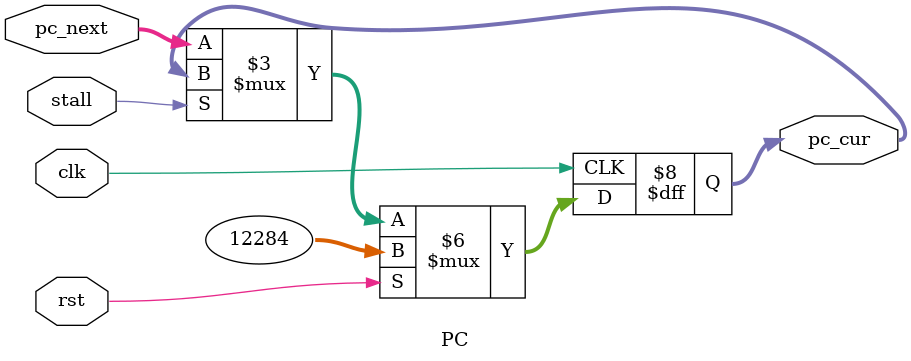
<source format=v>
`timescale 1ns / 1ps

module PC (
    input clk,
    input rst,
    input stall,
    input [31:0] pc_next,
    output reg [31:0] pc_cur
);
    always @(posedge clk) begin
        if (rst)
            pc_cur <= 32'h2ffc;
        else if (~stall)
            pc_cur <= pc_next;
    end
endmodule
</source>
